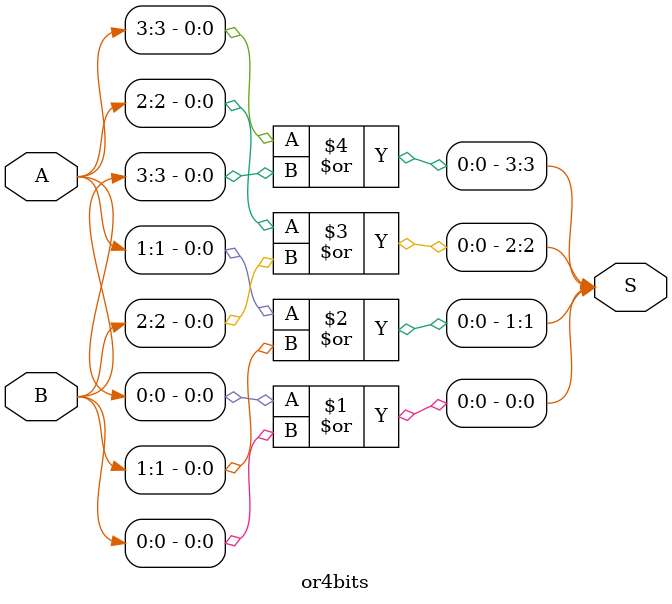
<source format=v>
module or4bits (S, A, B);

	input [3:0] A;
	input [3:0] B;
	output [3:0] S;

	or or0(S[0], A[0], B[0]);
	or or1(S[1], A[1], B[1]);
	or or2(S[2], A[2], B[2]);
	or or3(S[3], A[3], B[3]);
	
endmodule

</source>
